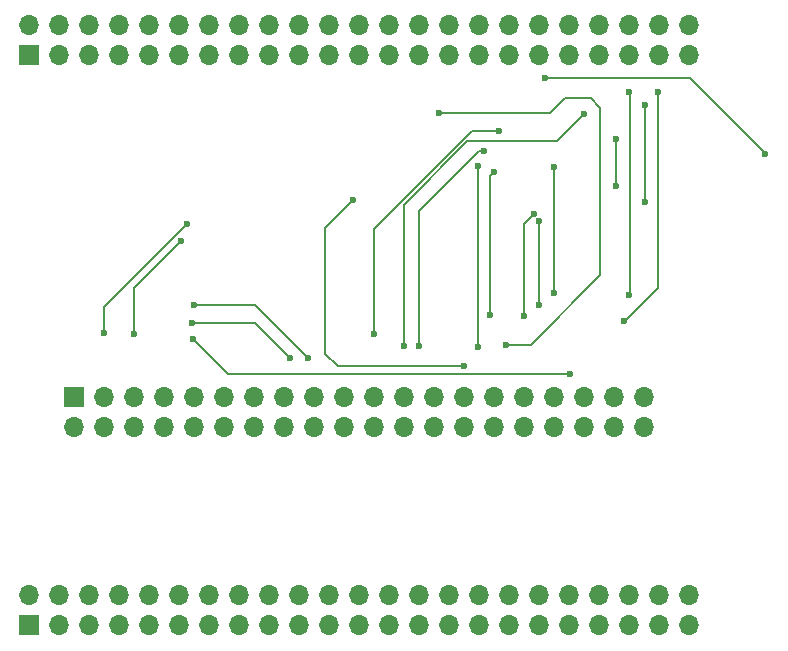
<source format=gtl>
%TF.GenerationSoftware,KiCad,Pcbnew,5.1.4-e60b266~84~ubuntu18.04.1*%
%TF.CreationDate,2019-12-31T08:18:33+01:00*%
%TF.ProjectId,clock-dashboard,636c6f63-6b2d-4646-9173-68626f617264,rev?*%
%TF.SameCoordinates,Original*%
%TF.FileFunction,Copper,L1,Top*%
%TF.FilePolarity,Positive*%
%FSLAX46Y46*%
G04 Gerber Fmt 4.6, Leading zero omitted, Abs format (unit mm)*
G04 Created by KiCad (PCBNEW 5.1.4-e60b266~84~ubuntu18.04.1) date 2019-12-31 08:18:33*
%MOMM*%
%LPD*%
G04 APERTURE LIST*
%ADD10R,1.700000X1.700000*%
%ADD11O,1.700000X1.700000*%
%ADD12C,0.600000*%
%ADD13C,0.200000*%
G04 APERTURE END LIST*
D10*
X132260000Y-93230000D03*
D11*
X132260000Y-95770000D03*
X134800000Y-93230000D03*
X134800000Y-95770000D03*
X137340000Y-93230000D03*
X137340000Y-95770000D03*
X139880000Y-93230000D03*
X139880000Y-95770000D03*
X142420000Y-93230000D03*
X142420000Y-95770000D03*
X144960000Y-93230000D03*
X144960000Y-95770000D03*
X147500000Y-93230000D03*
X147500000Y-95770000D03*
X150040000Y-93230000D03*
X150040000Y-95770000D03*
X152580000Y-93230000D03*
X152580000Y-95770000D03*
X155120000Y-93230000D03*
X155120000Y-95770000D03*
X157660000Y-93230000D03*
X157660000Y-95770000D03*
X160200000Y-93230000D03*
X160200000Y-95770000D03*
X162740000Y-93230000D03*
X162740000Y-95770000D03*
X165280000Y-93230000D03*
X165280000Y-95770000D03*
X167820000Y-93230000D03*
X167820000Y-95770000D03*
X170360000Y-93230000D03*
X170360000Y-95770000D03*
X172900000Y-93230000D03*
X172900000Y-95770000D03*
X175440000Y-93230000D03*
X175440000Y-95770000D03*
X177980000Y-93230000D03*
X177980000Y-95770000D03*
X180520000Y-93230000D03*
X180520000Y-95770000D03*
X184330000Y-61790000D03*
X184330000Y-64330000D03*
X181790000Y-61790000D03*
X181790000Y-64330000D03*
X179250000Y-61790000D03*
X179250000Y-64330000D03*
X176710000Y-61790000D03*
X176710000Y-64330000D03*
X174170000Y-61790000D03*
X174170000Y-64330000D03*
X171630000Y-61790000D03*
X171630000Y-64330000D03*
X169090000Y-61790000D03*
X169090000Y-64330000D03*
X166550000Y-61790000D03*
X166550000Y-64330000D03*
X164010000Y-61790000D03*
X164010000Y-64330000D03*
X161470000Y-61790000D03*
X161470000Y-64330000D03*
X158930000Y-61790000D03*
X158930000Y-64330000D03*
X156390000Y-61790000D03*
X156390000Y-64330000D03*
X153850000Y-61790000D03*
X153850000Y-64330000D03*
X151310000Y-61790000D03*
X151310000Y-64330000D03*
X148770000Y-61790000D03*
X148770000Y-64330000D03*
X146230000Y-61790000D03*
X146230000Y-64330000D03*
X143690000Y-61790000D03*
X143690000Y-64330000D03*
X141150000Y-61790000D03*
X141150000Y-64330000D03*
X138610000Y-61790000D03*
X138610000Y-64330000D03*
X136070000Y-61790000D03*
X136070000Y-64330000D03*
X133530000Y-61790000D03*
X133530000Y-64330000D03*
X130990000Y-61790000D03*
X130990000Y-64330000D03*
X128450000Y-61790000D03*
D10*
X128450000Y-64330000D03*
X128450000Y-112590000D03*
D11*
X128450000Y-110050000D03*
X130990000Y-112590000D03*
X130990000Y-110050000D03*
X133530000Y-112590000D03*
X133530000Y-110050000D03*
X136070000Y-112590000D03*
X136070000Y-110050000D03*
X138610000Y-112590000D03*
X138610000Y-110050000D03*
X141150000Y-112590000D03*
X141150000Y-110050000D03*
X143690000Y-112590000D03*
X143690000Y-110050000D03*
X146230000Y-112590000D03*
X146230000Y-110050000D03*
X148770000Y-112590000D03*
X148770000Y-110050000D03*
X151310000Y-112590000D03*
X151310000Y-110050000D03*
X153850000Y-112590000D03*
X153850000Y-110050000D03*
X156390000Y-112590000D03*
X156390000Y-110050000D03*
X158930000Y-112590000D03*
X158930000Y-110050000D03*
X161470000Y-112590000D03*
X161470000Y-110050000D03*
X164010000Y-112590000D03*
X164010000Y-110050000D03*
X166550000Y-112590000D03*
X166550000Y-110050000D03*
X169090000Y-112590000D03*
X169090000Y-110050000D03*
X171630000Y-112590000D03*
X171630000Y-110050000D03*
X174170000Y-112590000D03*
X174170000Y-110050000D03*
X176710000Y-112590000D03*
X176710000Y-110050000D03*
X179250000Y-112590000D03*
X179250000Y-110050000D03*
X181790000Y-112590000D03*
X181790000Y-110050000D03*
X184330000Y-112590000D03*
X184330000Y-110050000D03*
D12*
X181711792Y-67435548D03*
X178860000Y-86840000D03*
X180590000Y-76720000D03*
X180590000Y-68550000D03*
X178130000Y-71430000D03*
X178130000Y-75410000D03*
X179290000Y-84620000D03*
X179290000Y-67410000D03*
X171660000Y-85480000D03*
X171650000Y-78370000D03*
X175450000Y-69310000D03*
X160190000Y-88960008D03*
X172120000Y-66280000D03*
X190815000Y-72635000D03*
X172900000Y-84450000D03*
X172920000Y-73750000D03*
X170360000Y-86390000D03*
X171264904Y-77724846D03*
X163210000Y-69220000D03*
X168880000Y-88820000D03*
X167480000Y-86290000D03*
X167800000Y-74190000D03*
X157660000Y-87930000D03*
X168280000Y-70750000D03*
X167030000Y-72400000D03*
X161470000Y-88940000D03*
X166470000Y-88980000D03*
X166470000Y-73720000D03*
X137330000Y-87880000D03*
X141340000Y-80050000D03*
X155940000Y-76530000D03*
X165300000Y-90660000D03*
X134800000Y-87870000D03*
X141810000Y-78640000D03*
X150565000Y-89975000D03*
X142280004Y-86980000D03*
X152050000Y-89960000D03*
X142470007Y-85491080D03*
X142340000Y-88309996D03*
X174250000Y-91300000D03*
D13*
X181710000Y-67430000D02*
X181710000Y-67430000D01*
X181711792Y-83988208D02*
X179159999Y-86540001D01*
X179159999Y-86540001D02*
X178860000Y-86840000D01*
X181711792Y-67435548D02*
X181711792Y-83988208D01*
X180590000Y-76720000D02*
X180590000Y-68550000D01*
X180590000Y-68550000D02*
X180590000Y-68550000D01*
X178130000Y-71430000D02*
X178130000Y-71430000D01*
X178130000Y-71430000D02*
X178130000Y-75410000D01*
X179290000Y-67410000D02*
X179290000Y-67410000D01*
X179290000Y-84620000D02*
X179310000Y-84600000D01*
X179310000Y-67430000D02*
X179290000Y-67410000D01*
X179310000Y-84600000D02*
X179310000Y-67430000D01*
X171660000Y-78940000D02*
X171660000Y-78940000D01*
X171660000Y-78380000D02*
X171650000Y-78370000D01*
X171660000Y-85480000D02*
X171660000Y-78380000D01*
X175450000Y-69310000D02*
X175450000Y-69310000D01*
X160190000Y-88535744D02*
X160190000Y-88960008D01*
X173150000Y-71610000D02*
X165583550Y-71610000D01*
X175450000Y-69310000D02*
X173150000Y-71610000D01*
X165583550Y-71610000D02*
X160190000Y-77003550D01*
X160190000Y-77003550D02*
X160190000Y-88535744D01*
X172120000Y-66280000D02*
X172120000Y-66280000D01*
X184460000Y-66280000D02*
X190515001Y-72335001D01*
X190515001Y-72335001D02*
X190815000Y-72635000D01*
X172120000Y-66280000D02*
X184460000Y-66280000D01*
X172900000Y-84025736D02*
X172920000Y-84005736D01*
X172900000Y-84450000D02*
X172900000Y-84025736D01*
X172920000Y-84005736D02*
X172920000Y-73750000D01*
X172920000Y-73750000D02*
X172920000Y-73750000D01*
X171400000Y-77790000D02*
X171330058Y-77790000D01*
X170360000Y-78629750D02*
X170964905Y-78024845D01*
X170360000Y-86390000D02*
X170360000Y-78629750D01*
X170964905Y-78024845D02*
X171264904Y-77724846D01*
X171330058Y-77790000D02*
X171264904Y-77724846D01*
X163210000Y-69220000D02*
X172610000Y-69220000D01*
X172610000Y-69220000D02*
X173880000Y-67950000D01*
X173880000Y-67950000D02*
X176060000Y-67950000D01*
X176060000Y-67950000D02*
X176850000Y-68740000D01*
X176850000Y-68740000D02*
X176850000Y-72920000D01*
X176850000Y-72920000D02*
X176850000Y-72920000D01*
X176850000Y-72920000D02*
X176850000Y-82960000D01*
X176850000Y-82960000D02*
X170990000Y-88820000D01*
X170990000Y-88820000D02*
X168880000Y-88820000D01*
X168880000Y-88820000D02*
X168880000Y-88820000D01*
X167800000Y-74190000D02*
X167800000Y-74190000D01*
X167480000Y-74510000D02*
X167800000Y-74190000D01*
X167480000Y-86290000D02*
X167480000Y-74510000D01*
X168280000Y-70750000D02*
X168280000Y-70750000D01*
X167855736Y-70750000D02*
X168280000Y-70750000D01*
X165948560Y-70750000D02*
X167855736Y-70750000D01*
X157660000Y-79038560D02*
X165948560Y-70750000D01*
X157660000Y-87930000D02*
X157660000Y-79038560D01*
X167030000Y-72400000D02*
X167090000Y-72400000D01*
X167030000Y-72400000D02*
X166605736Y-72400000D01*
X166605736Y-72400000D02*
X161470000Y-77535736D01*
X161470000Y-77535736D02*
X161470000Y-88515736D01*
X161470000Y-88515736D02*
X161470000Y-88940000D01*
X166470000Y-88980000D02*
X166470000Y-73720000D01*
X166470000Y-73720000D02*
X166470000Y-73720000D01*
X141340000Y-80050000D02*
X141340000Y-80050000D01*
X137330000Y-87880000D02*
X137330000Y-84060000D01*
X137330000Y-84060000D02*
X141340000Y-80050000D01*
X155940000Y-76530000D02*
X155940000Y-76530000D01*
X154600000Y-90660000D02*
X164875736Y-90660000D01*
X153570000Y-89630000D02*
X154600000Y-90660000D01*
X164875736Y-90660000D02*
X165300000Y-90660000D01*
X155940000Y-76530000D02*
X153570000Y-78900000D01*
X153570000Y-78900000D02*
X153570000Y-89630000D01*
X141510001Y-78939999D02*
X141810000Y-78640000D01*
X134800000Y-87870000D02*
X134800000Y-85650000D01*
X134800000Y-85650000D02*
X141510001Y-78939999D01*
X150565000Y-89975000D02*
X147570000Y-86980000D01*
X142704268Y-86980000D02*
X142280004Y-86980000D01*
X147570000Y-86980000D02*
X142704268Y-86980000D01*
X142894271Y-85491080D02*
X142470007Y-85491080D01*
X152050000Y-89960000D02*
X147581080Y-85491080D01*
X147581080Y-85491080D02*
X142894271Y-85491080D01*
X142340000Y-88309996D02*
X145330004Y-91300000D01*
X145330004Y-91300000D02*
X173825736Y-91300000D01*
X173825736Y-91300000D02*
X174250000Y-91300000D01*
M02*

</source>
